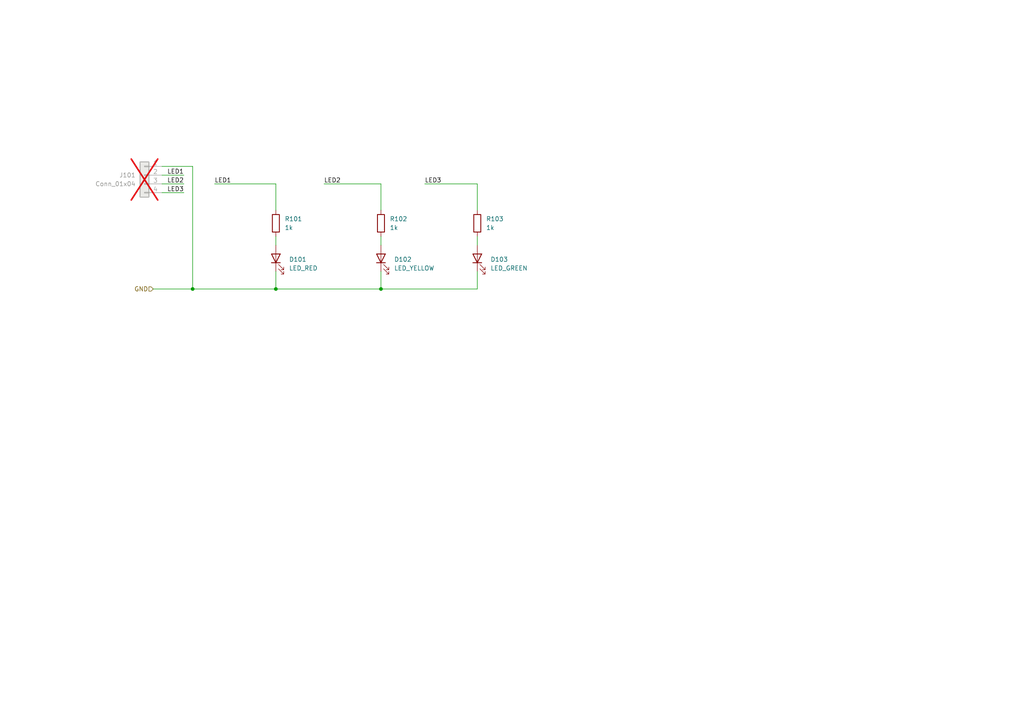
<source format=kicad_sch>
(kicad_sch (version 20231120) (generator "eeschema") (generator_version "8.0")
  (paper "A4")
  (title_block (title "xDuinoRail - LocDecoder - Development Kit") (date "2024-10-09") (rev "v0.2") (company "Chatelain Engineering, Bern - CH"))
  (lib_symbols
    (symbol "Connector_Generic:Conn_01x04" (pin_names (offset 1.016) hide)
      (property "Reference" "J" (at 0 5.08 0))
      (property "Value" "Conn_01x04" (at 0 -7.62 0))
      (symbol "Conn_01x04_1_1"
        (rectangle (start -1.27 -4.953) (end 0 -5.207) (stroke (width 0.1524)))
        (rectangle (start -1.27 -2.413) (end 0 -2.667) (stroke (width 0.1524)))
        (rectangle (start -1.27 0.127) (end 0 -0.127) (stroke (width 0.1524)))
        (rectangle (start -1.27 2.667) (end 0 2.413) (stroke (width 0.1524)))
        (rectangle (start -1.27 3.81) (end 1.27 -6.35) (stroke (width 0.254)) (fill (type background)))
        (pin passive line (at -5.08 2.54 0) (length 3.81) (name "Pin_1") (number "1"))
        (pin passive line (at -5.08 0 0) (length 3.81) (name "Pin_2") (number "2"))
        (pin passive line (at -5.08 -2.54 0) (length 3.81) (name "Pin_3") (number "3"))
        (pin passive line (at -5.08 -5.08 0) (length 3.81) (name "Pin_4") (number "4"))
      )
    )
    (symbol "Device:LED" (pin_numbers hide) (pin_names (offset 1.016) hide)
      (property "Reference" "D" (at 0 2.54 0))
      (property "Value" "LED" (at 0 -2.54 0))
      (symbol "LED_0_1"
        (polyline (pts (xy -1.27 -1.27) (xy -1.27 1.27)) (stroke (width 0.254)))
        (polyline (pts (xy -1.27 0) (xy 1.27 0)))
        (polyline (pts (xy 1.27 -1.27) (xy 1.27 1.27) (xy -1.27 0) (xy 1.27 -1.27)) (stroke (width 0.254)))
        (polyline (pts (xy -3.048 -0.762) (xy -4.572 -2.286) (xy -3.81 -2.286) (xy -4.572 -2.286) (xy -4.572 -1.524)))
        (polyline (pts (xy -1.778 -0.762) (xy -3.302 -2.286) (xy -2.54 -2.286) (xy -3.302 -2.286) (xy -3.302 -1.524)))
      )
      (symbol "LED_1_1"
        (pin passive line (at -3.81 0 0) (length 2.54) (name "K") (number "1"))
        (pin passive line (at 3.81 0 180) (length 2.54) (name "A") (number "2"))
      )
    )
    (symbol "Device:R" (pin_numbers hide) (pin_names (offset 0))
      (property "Reference" "R" (at 2.032 0 90))
      (property "Value" "R" (at 0 0 90))
      (symbol "R_0_1"
        (rectangle (start -1.016 -2.54) (end 1.016 2.54) (stroke (width 0.254)))
      )
      (symbol "R_1_1"
        (pin passive line (at 0 3.81 270) (length 1.27) (name "~") (number "1"))
        (pin passive line (at 0 -3.81 90) (length 1.27) (name "~") (number "2"))
      )
    )
  )
  (junction (at 80.01 83.82))
  (junction (at 55.88 83.82))
  (junction (at 110.49 83.82))
  (wire (pts (xy 110.49 78.74) (xy 110.49 83.82)))
  (wire (pts (xy 80.01 83.82) (xy 110.49 83.82)))
  (wire (pts (xy 123.19 53.34) (xy 138.43 53.34)))
  (wire (pts (xy 46.99 48.26) (xy 55.88 48.26)))
  (wire (pts (xy 110.49 68.58) (xy 110.49 71.12)))
  (wire (pts (xy 138.43 78.74) (xy 138.43 83.82)))
  (wire (pts (xy 80.01 68.58) (xy 80.01 71.12)))
  (wire (pts (xy 110.49 83.82) (xy 138.43 83.82)))
  (wire (pts (xy 93.98 53.34) (xy 110.49 53.34)))
  (wire (pts (xy 138.43 53.34) (xy 138.43 60.96)))
  (wire (pts (xy 80.01 53.34) (xy 80.01 60.96)))
  (wire (pts (xy 110.49 53.34) (xy 110.49 60.96)))
  (wire (pts (xy 80.01 78.74) (xy 80.01 83.82)))
  (wire (pts (xy 46.99 55.88) (xy 53.34 55.88)))
  (wire (pts (xy 46.99 50.8) (xy 53.34 50.8)))
  (wire (pts (xy 46.99 53.34) (xy 53.34 53.34)))
  (wire (pts (xy 55.88 48.26) (xy 55.88 83.82)))
  (wire (pts (xy 55.88 83.82) (xy 80.01 83.82)))
  (wire (pts (xy 62.23 53.34) (xy 80.01 53.34)))
  (wire (pts (xy 44.45 83.82) (xy 55.88 83.82)))
  (wire (pts (xy 138.43 68.58) (xy 138.43 71.12)))
  (label "LED1" (at 62.23 53.34 0))
  (label "LED2" (at 93.98 53.34 0))
  (label "LED3" (at 53.34 55.88 180))
  (label "LED2" (at 53.34 53.34 180))
  (label "LED1" (at 53.34 50.8 180))
  (label "LED3" (at 123.19 53.34 0))
  (hierarchical_label "GND" (shape input) (at 44.45 83.82 180))
  (symbol (lib_id "Device:LED") (at 138.43 74.93 90) (unit 1)
    (property "Reference" "D103" (at 142.24 75.2474 90) (effects (justify right)))
    (property "Value" "LED_GREEN" (at 142.24 77.7874 90) (effects (justify right)))
    (property "Footprint" "LED_SMD:LED_0603_1608Metric_Pad1.05x0.95mm_HandSolder" (effects (hide yes)))
    (property "Description" "Light emitting diode" (effects (hide yes)))
    (property "OLI_ID" "LED-GREEN_0603" (effects (hide yes)))
  )
  (symbol (lib_id "Device:LED") (at 110.49 74.93 90) (unit 1)
    (property "Reference" "D102" (at 114.3 75.2474 90) (effects (justify right)))
    (property "Value" "LED_YELLOW" (at 114.3 77.7874 90) (effects (justify right)))
    (property "Footprint" "LED_SMD:LED_0603_1608Metric_Pad1.05x0.95mm_HandSolder" (effects (hide yes)))
    (property "Description" "Light emitting diode" (effects (hide yes)))
    (property "OLI_ID" "LED-YELLOW_0603" (effects (hide yes)))
  )
  (symbol (lib_id "Device:R") (at 80.01 64.77 0) (unit 1)
    (property "Reference" "R101" (at 82.55 63.4999 0) (effects (justify left)))
    (property "Value" "1k" (at 82.55 66.0399 0) (effects (justify left)))
    (property "Footprint" "Resistor_SMD:R_0603_1608Metric" (effects (hide yes)))
    (property "Description" "Resistor" (effects (hide yes)))
    (property "OLI_ID" "1k_0603" (effects (hide yes)))
  )
  (symbol (lib_id "Connector_Generic:Conn_01x04") (at 41.91 50.8 0) (mirror y) (unit 1) (dnp yes)
    (property "Reference" "J101" (at 39.37 50.7999 0) (effects (justify left)))
    (property "Value" "Conn_01x04" (at 39.37 53.3399 0) (effects (justify left)))
    (property "Footprint" "Connector_PinSocket_2.54mm:PinSocket_1x04_P2.54mm_Vertical" (effects (hide yes)))
    (property "Description" "Generic connector, single row, 01x04, script generated (kicad-library-utils/schlib/autogen/connector/)" (effects (hide yes)))
  )
  (symbol (lib_id "Device:R") (at 110.49 64.77 0) (unit 1)
    (property "Reference" "R102" (at 113.03 63.4999 0) (effects (justify left)))
    (property "Value" "1k" (at 113.03 66.0399 0) (effects (justify left)))
    (property "Footprint" "Resistor_SMD:R_0603_1608Metric" (effects (hide yes)))
    (property "Description" "Resistor" (effects (hide yes)))
    (property "OLI_ID" "1k_0603" (effects (hide yes)))
  )
  (symbol (lib_id "Device:LED") (at 80.01 74.93 90) (unit 1)
    (property "Reference" "D101" (at 83.82 75.2474 90) (effects (justify right)))
    (property "Value" "LED_RED" (at 83.82 77.7874 90) (effects (justify right)))
    (property "Footprint" "LED_SMD:LED_0603_1608Metric_Pad1.05x0.95mm_HandSolder" (effects (hide yes)))
    (property "Description" "Light emitting diode" (effects (hide yes)))
    (property "OLI_ID" "LED-RED_0603" (effects (hide yes)))
  )
  (symbol (lib_id "Device:R") (at 138.43 64.77 0) (unit 1)
    (property "Reference" "R103" (at 140.97 63.4999 0) (effects (justify left)))
    (property "Value" "1k" (at 140.97 66.0399 0) (effects (justify left)))
    (property "Footprint" "Resistor_SMD:R_0603_1608Metric" (effects (hide yes)))
    (property "Description" "Resistor" (effects (hide yes)))
    (property "OLI_ID" "1k_0603" (effects (hide yes)))
  )
)
</source>
